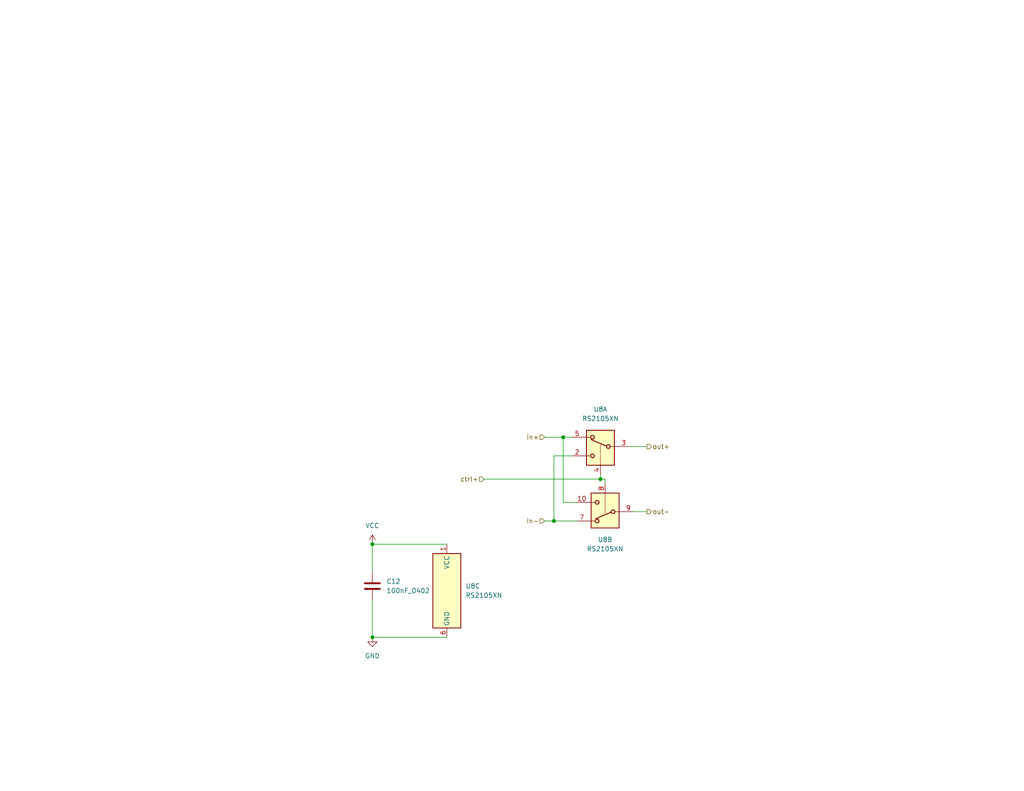
<source format=kicad_sch>
(kicad_sch (version 20230121) (generator eeschema)
  (paper "USLetter")
  (title_block (date "2023-08-21") (rev "9") (company "Boulder, CO 80305") (comment 1 "325 Broadway") (comment 2 "NIST") (comment 3 "Sae Woo Nam"))
  (lib_symbols
    (symbol "0JLC-6:100nF_0402" (pin_numbers hide) (pin_names (offset 0.254))
      (property "Reference" "C" (at 0.635 2.54 0))
      (property "Value" "100nF_0402" (at 0.635 -2.54 0))
      (symbol "100nF_0402_0_1"
        (polyline (pts (xy -2.032 -0.762) (xy 2.032 -0.762)) (stroke (width 0.508)))
        (polyline (pts (xy -2.032 0.762) (xy 2.032 0.762)) (stroke (width 0.508)))
      )
      (symbol "100nF_0402_1_1"
        (pin passive line (at 0 3.81 270) (length 2.794) (name "~") (number "1"))
        (pin passive line (at 0 -3.81 90) (length 2.794) (name "~") (number "2"))
      )
    )
    (symbol "Analog_Switch:TS3A24159DGSR"
      (property "Reference" "U" (at -3.81 5.08 0))
      (property "Value" "TS3A24159DGSR" (at -3.81 3.175 0))
      (symbol "TS3A24159DGSR_1_1"
        (rectangle (start -3.81 1.905) (end 3.81 -7.62) (stroke (width 0.254)) (fill (type background)))
        (circle (center -2.159 -2.54) (radius 0.508) (stroke (width 0.254)))
        (polyline (pts (xy -5.08 -2.54) (xy -2.794 -2.54)))
        (polyline (pts (xy -1.651 -2.413) (xy 2.54 -0.635)) (stroke (width 0.254)))
        (polyline (pts (xy 0 -7.62) (xy 0 -7.112)))
        (polyline (pts (xy 0 -6.858) (xy 0 -6.604)))
        (polyline (pts (xy 0 -6.35) (xy 0 -6.096)))
        (polyline (pts (xy 0 -5.842) (xy 0 -5.588)))
        (polyline (pts (xy 0 -5.334) (xy 0 -5.08)))
        (polyline (pts (xy 0 -4.826) (xy 0 -4.572)))
        (polyline (pts (xy 0 -4.318) (xy 0 -4.064)))
        (polyline (pts (xy 0 -3.81) (xy 0 -3.556)))
        (polyline (pts (xy 0 -3.302) (xy 0 -3.048)))
        (polyline (pts (xy 0 -2.794) (xy 0 -2.54)))
        (polyline (pts (xy 0 -2.286) (xy 0 -2.032)))
        (polyline (pts (xy 5.08 -5.08) (xy 2.794 -5.08)))
        (polyline (pts (xy 5.08 0) (xy 2.794 0)))
        (circle (center 2.159 -5.08) (radius 0.508) (stroke (width 0.254)))
        (circle (center 2.159 0) (radius 0.508) (stroke (width 0.254)))
        (pin passive line (at 7.62 -5.08 180) (length 2.54) (name "~") (number "2"))
        (pin passive line (at -7.62 -2.54 0) (length 2.54) (name "~") (number "3"))
        (pin input line (at 0 -10.16 90) (length 2.54) (name "~") (number "4"))
        (pin passive line (at 7.62 0 180) (length 2.54) (name "~") (number "5"))
      )
      (symbol "TS3A24159DGSR_2_1"
        (rectangle (start -3.81 1.905) (end 3.81 -7.62) (stroke (width 0.254)) (fill (type background)))
        (circle (center -2.159 -2.54) (radius 0.508) (stroke (width 0.254)))
        (polyline (pts (xy -5.08 -2.54) (xy -2.794 -2.54)))
        (polyline (pts (xy -1.651 -2.413) (xy 2.54 -0.635)) (stroke (width 0.254)))
        (polyline (pts (xy 0 -7.62) (xy 0 -7.112)))
        (polyline (pts (xy 0 -6.858) (xy 0 -6.604)))
        (polyline (pts (xy 0 -6.35) (xy 0 -6.096)))
        (polyline (pts (xy 0 -5.842) (xy 0 -5.588)))
        (polyline (pts (xy 0 -5.334) (xy 0 -5.08)))
        (polyline (pts (xy 0 -4.826) (xy 0 -4.572)))
        (polyline (pts (xy 0 -4.318) (xy 0 -4.064)))
        (polyline (pts (xy 0 -3.81) (xy 0 -3.556)))
        (polyline (pts (xy 0 -3.302) (xy 0 -3.048)))
        (polyline (pts (xy 0 -2.794) (xy 0 -2.54)))
        (polyline (pts (xy 0 -2.286) (xy 0 -2.032)))
        (polyline (pts (xy 5.08 -5.08) (xy 2.794 -5.08)))
        (polyline (pts (xy 5.08 0) (xy 2.794 0)))
        (circle (center 2.159 -5.08) (radius 0.508) (stroke (width 0.254)))
        (circle (center 2.159 0) (radius 0.508) (stroke (width 0.254)))
        (pin passive line (at 7.62 -5.08 180) (length 2.54) (name "~") (number "10"))
        (pin passive line (at 7.62 0 180) (length 2.54) (name "~") (number "7"))
        (pin input line (at 0 -10.16 90) (length 2.54) (name "~") (number "8"))
        (pin passive line (at -7.62 -2.54 0) (length 2.54) (name "~") (number "9"))
      )
      (symbol "TS3A24159DGSR_3_1"
        (rectangle (start -3.81 10.16) (end 3.81 -10.16) (stroke (width 0.254)) (fill (type background)))
        (pin power_in line (at 0 12.7 270) (length 2.54) (name "VCC") (number "1"))
        (pin power_in line (at 0 -12.7 90) (length 2.54) (name "GND") (number "6"))
      )
    )
    (symbol "power:GND" (power) (pin_names (offset 0))
      (property "Value" "GND" (at 0 -3.81 0))
      (symbol "GND_0_1"
        (polyline (pts (xy 0 0) (xy 0 -1.27) (xy 1.27 -1.27) (xy 0 -2.54) (xy -1.27 -1.27) (xy 0 -1.27)))
      )
      (symbol "GND_1_1"
        (pin power_in line (at 0 0 270) (length 0) hide (name "GND") (number "1"))
      )
    )
    (symbol "power:VCC" (power) (pin_names (offset 0))
      (property "Value" "VCC" (at 0 3.81 0))
      (symbol "VCC_0_1"
        (polyline (pts (xy -0.762 1.27) (xy 0 2.54)))
        (polyline (pts (xy 0 0) (xy 0 2.54)))
        (polyline (pts (xy 0 2.54) (xy 0.762 1.27)))
      )
      (symbol "VCC_1_1"
        (pin power_in line (at 0 0 90) (length 0) hide (name "VCC") (number "1"))
      )
    )
  )
  (junction (at 101.6 148.59))
  (junction (at 153.67 119.38))
  (junction (at 151.13 142.24))
  (junction (at 101.6 173.99))
  (junction (at 163.83 130.81))
  (wire (pts (xy 153.67 137.16) (xy 157.48 137.16)))
  (wire (pts (xy 151.13 142.24) (xy 157.48 142.24)))
  (wire (pts (xy 153.67 119.38) (xy 156.21 119.38)))
  (wire (pts (xy 163.83 130.81) (xy 163.83 129.54)))
  (wire (pts (xy 101.6 173.99) (xy 121.92 173.99)))
  (wire (pts (xy 151.13 124.46) (xy 156.21 124.46)))
  (wire (pts (xy 151.13 142.24) (xy 151.13 124.46)))
  (wire (pts (xy 171.45 121.92) (xy 176.53 121.92)))
  (wire (pts (xy 148.59 142.24) (xy 151.13 142.24)))
  (wire (pts (xy 148.59 119.38) (xy 153.67 119.38)))
  (wire (pts (xy 101.6 148.59) (xy 121.92 148.59)))
  (wire (pts (xy 153.67 119.38) (xy 153.67 137.16)))
  (wire (pts (xy 101.6 163.83) (xy 101.6 173.99)))
  (wire (pts (xy 163.83 130.81) (xy 165.1 130.81)))
  (wire (pts (xy 165.1 130.81) (xy 165.1 132.08)))
  (wire (pts (xy 132.08 130.81) (xy 163.83 130.81)))
  (wire (pts (xy 172.72 139.7) (xy 176.53 139.7)))
  (wire (pts (xy 101.6 156.21) (xy 101.6 148.59)))
  (hierarchical_label "ctrl+" (shape input) (at 132.08 130.81 180))
  (hierarchical_label "out-" (shape output) (at 176.53 139.7 0))
  (hierarchical_label "in+" (shape input) (at 148.59 119.38 180))
  (hierarchical_label "in-" (shape input) (at 148.59 142.24 180))
  (hierarchical_label "out+" (shape output) (at 176.53 121.92 0))
  (symbol (lib_id "power:VCC") (at 101.6 148.59 0) (unit 1)
    (property "Reference" "#PWR031" (effects hide))
    (property "Value" "VCC" (at 101.6 143.51 0))
    (instances (project "sq_lockin_v9" (path "" (reference "#PWR031") (unit 1)) (path "" (reference "#PWR033") (unit 1)) (path "" (reference "#PWR035") (unit 1))))
  )
  (symbol (lib_id "0JLC-6:100nF_0402") (at 101.6 160.02 0) (unit 1)
    (property "Reference" "C12" (at 105.41 158.7499 0) (effects (justify left)))
    (property "Value" "100nF_0402" (at 105.41 161.2899 0) (effects (justify left)))
    (property "Footprint" "Capacitor_SMD:C_0402_1005Metric_Pad0.74x0.62mm_HandSolder" (effects hide))
    (property "LCSC" "C1525" (effects hide))
    (property "MPN" "CL05B104KO5NNNC" (effects hide))
    (instances (project "sq_lockin_v9" (path "" (reference "C12") (unit 1)) (path "" (reference "C13") (unit 1)) (path "" (reference "C14") (unit 1))))
  )
  (symbol (lib_id "Analog_Switch:TS3A24159DGSR") (at 163.83 119.38 0) (mirror y) (unit 1)
    (property "Reference" "U8" (at 163.83 111.76 0))
    (property "Value" "RS2105XN" (at 163.83 114.3 0))
    (property "Footprint" "Package_SO:MSOP-10_3x3mm_P0.5mm" (effects hide))
    (property "LCSC" "C237025" (effects hide))
    (property "JLCPCB Rotation Offset" "-90" (effects hide))
    (instances (project "sq_lockin_v9" (path "" (reference "U8") (unit 1)) (path "" (reference "U9") (unit 1)) (path "" (reference "U10") (unit 1))))
  )
  (symbol (lib_id "Analog_Switch:TS3A24159DGSR") (at 121.92 161.29 0) (unit 3)
    (property "Reference" "U8" (at 127 160.0199 0) (effects (justify left)))
    (property "Value" "RS2105XN" (at 127 162.5599 0) (effects (justify left)))
    (property "Footprint" "Package_SO:MSOP-10_3x3mm_P0.5mm" (effects hide))
    (property "LCSC" "C237025" (effects hide))
    (property "JLCPCB Rotation Offset" "-90" (effects hide))
    (instances (project "sq_lockin_v9" (path "" (reference "U8") (unit 3)) (path "" (reference "U9") (unit 3)) (path "" (reference "U10") (unit 3))))
  )
  (symbol (lib_id "power:GND") (at 101.6 173.99 0) (unit 1)
    (property "Reference" "#PWR032" (effects hide))
    (property "Value" "GND" (at 101.6 179.07 0))
    (instances (project "sq_lockin_v9" (path "" (reference "#PWR032") (unit 1)) (path "" (reference "#PWR034") (unit 1)) (path "" (reference "#PWR036") (unit 1))))
  )
  (symbol (lib_id "Analog_Switch:TS3A24159DGSR") (at 165.1 142.24 180) (unit 2)
    (property "Reference" "U8" (at 165.1 147.32 0))
    (property "Value" "RS2105XN" (at 165.1 149.86 0))
    (property "Footprint" "Package_SO:MSOP-10_3x3mm_P0.5mm" (effects hide))
    (property "LCSC" "C237025" (effects hide))
    (property "JLCPCB Rotation Offset" "-90" (effects hide))
    (instances (project "sq_lockin_v9" (path "" (reference "U8") (unit 2)) (path "" (reference "U9") (unit 2)) (path "" (reference "U10") (unit 2))))
  )
)
</source>
